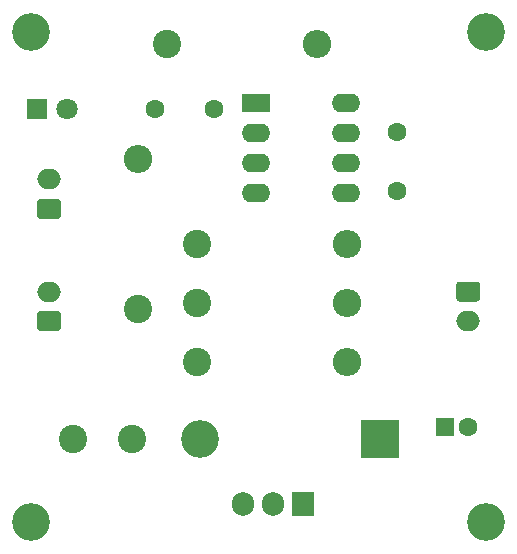
<source format=gbr>
%TF.GenerationSoftware,KiCad,Pcbnew,(5.1.7)-1*%
%TF.CreationDate,2021-05-28T08:01:54+01:00*%
%TF.ProjectId,12_24_boost_converter,31325f32-345f-4626-9f6f-73745f636f6e,rev?*%
%TF.SameCoordinates,Original*%
%TF.FileFunction,Soldermask,Top*%
%TF.FilePolarity,Negative*%
%FSLAX46Y46*%
G04 Gerber Fmt 4.6, Leading zero omitted, Abs format (unit mm)*
G04 Created by KiCad (PCBNEW (5.1.7)-1) date 2021-05-28 08:01:54*
%MOMM*%
%LPD*%
G01*
G04 APERTURE LIST*
%ADD10C,2.400000*%
%ADD11O,2.400000X2.400000*%
%ADD12C,1.800000*%
%ADD13R,1.800000X1.800000*%
%ADD14O,3.200000X3.200000*%
%ADD15R,3.200000X3.200000*%
%ADD16R,2.400000X1.600000*%
%ADD17O,2.400000X1.600000*%
%ADD18O,2.000000X1.700000*%
%ADD19R,1.600000X1.600000*%
%ADD20C,1.600000*%
%ADD21R,1.905000X2.000000*%
%ADD22O,1.905000X2.000000*%
%ADD23C,3.200000*%
G04 APERTURE END LIST*
D10*
%TO.C,L1*%
X117000000Y-118000000D03*
X112000000Y-118000000D03*
%TD*%
D11*
%TO.C,R5*%
X132700000Y-84500000D03*
D10*
X120000000Y-84500000D03*
%TD*%
D12*
%TO.C,D2*%
X111540000Y-90000000D03*
D13*
X109000000Y-90000000D03*
%TD*%
D14*
%TO.C,D1*%
X122760000Y-118000000D03*
D15*
X138000000Y-118000000D03*
%TD*%
D16*
%TO.C,U1*%
X127500000Y-89500000D03*
D17*
X135120000Y-97120000D03*
X127500000Y-92040000D03*
X135120000Y-94580000D03*
X127500000Y-94580000D03*
X135120000Y-92040000D03*
X127500000Y-97120000D03*
X135120000Y-89500000D03*
%TD*%
D11*
%TO.C,R1*%
X135200000Y-101500000D03*
D10*
X122500000Y-101500000D03*
%TD*%
%TO.C,J3*%
G36*
G01*
X144750000Y-104650000D02*
X146250000Y-104650000D01*
G75*
G02*
X146500000Y-104900000I0J-250000D01*
G01*
X146500000Y-106100000D01*
G75*
G02*
X146250000Y-106350000I-250000J0D01*
G01*
X144750000Y-106350000D01*
G75*
G02*
X144500000Y-106100000I0J250000D01*
G01*
X144500000Y-104900000D01*
G75*
G02*
X144750000Y-104650000I250000J0D01*
G01*
G37*
D18*
X145500000Y-108000000D03*
%TD*%
D19*
%TO.C,C3*%
X143500000Y-117000000D03*
D20*
X145500000Y-117000000D03*
%TD*%
D10*
%TO.C,R4*%
X122500000Y-111500000D03*
D11*
X135200000Y-111500000D03*
%TD*%
D10*
%TO.C,R3*%
X117500000Y-107000000D03*
D11*
X117500000Y-94300000D03*
%TD*%
%TO.C,R2*%
X135200000Y-106500000D03*
D10*
X122500000Y-106500000D03*
%TD*%
D20*
%TO.C,C1*%
X119000000Y-90000000D03*
X124000000Y-90000000D03*
%TD*%
%TO.C,J2*%
G36*
G01*
X110750000Y-108850000D02*
X109250000Y-108850000D01*
G75*
G02*
X109000000Y-108600000I0J250000D01*
G01*
X109000000Y-107400000D01*
G75*
G02*
X109250000Y-107150000I250000J0D01*
G01*
X110750000Y-107150000D01*
G75*
G02*
X111000000Y-107400000I0J-250000D01*
G01*
X111000000Y-108600000D01*
G75*
G02*
X110750000Y-108850000I-250000J0D01*
G01*
G37*
D18*
X110000000Y-105500000D03*
%TD*%
D20*
%TO.C,C2*%
X139500000Y-92000000D03*
X139500000Y-97000000D03*
%TD*%
D21*
%TO.C,Q1*%
X131500000Y-123500000D03*
D22*
X128960000Y-123500000D03*
X126420000Y-123500000D03*
%TD*%
%TO.C,J1*%
G36*
G01*
X110750000Y-99350000D02*
X109250000Y-99350000D01*
G75*
G02*
X109000000Y-99100000I0J250000D01*
G01*
X109000000Y-97900000D01*
G75*
G02*
X109250000Y-97650000I250000J0D01*
G01*
X110750000Y-97650000D01*
G75*
G02*
X111000000Y-97900000I0J-250000D01*
G01*
X111000000Y-99100000D01*
G75*
G02*
X110750000Y-99350000I-250000J0D01*
G01*
G37*
D18*
X110000000Y-96000000D03*
%TD*%
D23*
%TO.C,REF\u002A\u002A*%
X147000000Y-83500000D03*
%TD*%
%TO.C,REF\u002A\u002A*%
X108500000Y-125000000D03*
%TD*%
%TO.C,REF\u002A\u002A*%
X147000000Y-125000000D03*
%TD*%
%TO.C,REF\u002A\u002A*%
X108500000Y-83500000D03*
%TD*%
M02*

</source>
